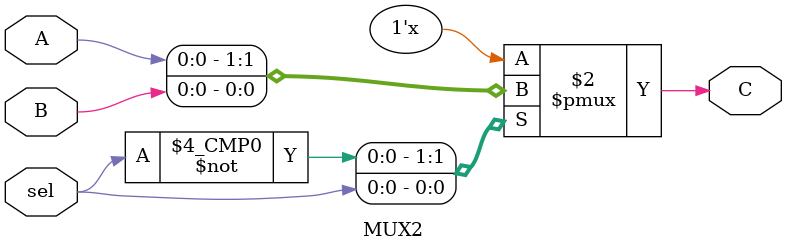
<source format=v>
module MUX2(
    input A,
    input B,
    input sel,
    output reg C
    );
    always@(*) begin
   case(sel)
   0:C = A;
   1:C = B;
   endcase
    end
    
endmodule

</source>
